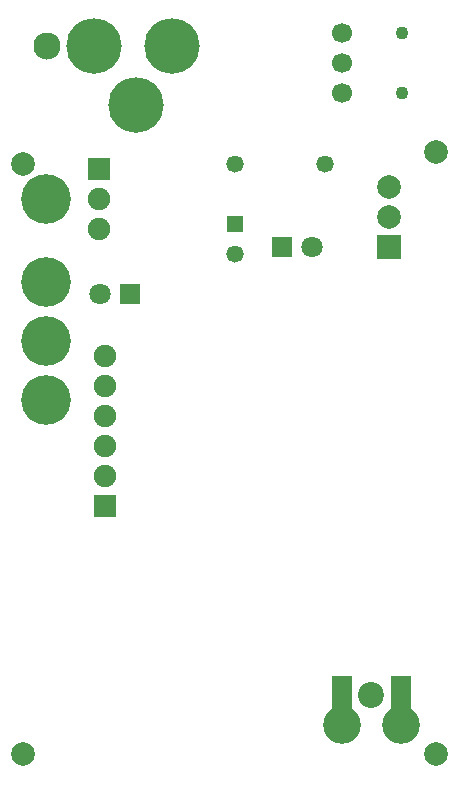
<source format=gbr>
G04 DipTrace 3.0.0.2*
G04 BottomMask.gbr*
%MOMM*%
G04 #@! TF.FileFunction,Soldermask,Bot*
G04 #@! TF.Part,Single*
%ADD26R,1.8X1.8*%
%ADD32C,2.0*%
%ADD33C,2.3*%
%ADD34C,1.1*%
%ADD41C,3.2*%
%ADD43C,1.7*%
%ADD45C,2.2*%
%ADD46C,1.8*%
%ADD47R,1.7X3.2*%
%ADD52C,4.7*%
%ADD54C,2.0*%
%ADD56R,2.0X2.0*%
%ADD57C,1.47*%
%ADD59C,4.2*%
%ADD61C,1.9*%
%ADD63R,1.9X1.9*%
%ADD65R,1.47X1.47*%
%ADD67C,1.47*%
%FSLAX35Y35*%
G04*
G71*
G90*
G75*
G01*
G04 BotMask*
%LPD*%
D26*
X3394067Y5500000D3*
D46*
X3648067D3*
D26*
X2105933Y5100000D3*
D46*
X1851933D3*
D67*
X3000000Y5436467D3*
D65*
Y5690467D3*
D63*
X1900000Y3300000D3*
D61*
Y3554000D3*
Y3808000D3*
Y4062000D3*
Y4316000D3*
Y4570000D3*
D63*
X1846000Y6154000D3*
D61*
Y5900000D3*
Y5646000D3*
D59*
X1400000Y5900000D3*
Y5200000D3*
Y4700000D3*
Y4200000D3*
D67*
X3000000Y6200000D3*
D57*
X3762000D3*
D56*
X4300000Y5500000D3*
D54*
Y6008000D3*
Y5754000D3*
D52*
X1800000Y7200000D3*
X2155000Y6700000D3*
X2460000Y7200000D3*
D33*
X1405000D3*
D41*
X4400000Y1450000D3*
D47*
Y1700000D3*
X3900000D3*
D41*
Y1450000D3*
D45*
X4150000Y1700000D3*
D43*
X3900000Y7308000D3*
Y7054000D3*
Y6800000D3*
D34*
X4408000Y7308000D3*
Y6800000D3*
D32*
X1200000Y1200000D3*
X4700000D3*
Y6300000D3*
X1200000Y6200000D3*
M02*

</source>
